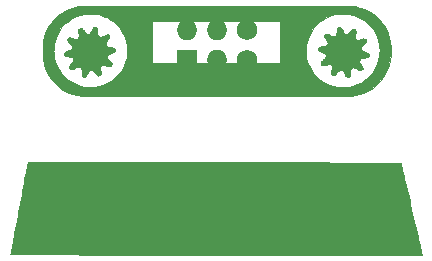
<source format=gbr>
%TF.GenerationSoftware,KiCad,Pcbnew,(6.0.4)*%
%TF.CreationDate,2022-04-09T22:58:28+02:00*%
%TF.ProjectId,cassette,63617373-6574-4746-952e-6b696361645f,rev?*%
%TF.SameCoordinates,Original*%
%TF.FileFunction,Soldermask,Top*%
%TF.FilePolarity,Negative*%
%FSLAX46Y46*%
G04 Gerber Fmt 4.6, Leading zero omitted, Abs format (unit mm)*
G04 Created by KiCad (PCBNEW (6.0.4)) date 2022-04-09 22:58:28*
%MOMM*%
%LPD*%
G01*
G04 APERTURE LIST*
%ADD10C,0.010000*%
%ADD11O,1.727200X1.727200*%
%ADD12R,1.727200X1.727200*%
%ADD13C,1.727200*%
G04 APERTURE END LIST*
%TO.C,N1*%
G36*
X648420Y-10001021D02*
G01*
X1454047Y-10001085D01*
X2248191Y-10001189D01*
X3029815Y-10001333D01*
X3797881Y-10001516D01*
X4551352Y-10001737D01*
X5289190Y-10001995D01*
X6010357Y-10002288D01*
X6713816Y-10002616D01*
X7398530Y-10002978D01*
X8063460Y-10003372D01*
X8707569Y-10003797D01*
X9329820Y-10004253D01*
X9929175Y-10004739D01*
X10504596Y-10005252D01*
X11055047Y-10005793D01*
X11579488Y-10006360D01*
X12076883Y-10006952D01*
X12546193Y-10007568D01*
X12986383Y-10008208D01*
X13396413Y-10008869D01*
X13775246Y-10009551D01*
X14121845Y-10010253D01*
X14435172Y-10010973D01*
X14714190Y-10011712D01*
X14957860Y-10012467D01*
X15165146Y-10013238D01*
X15335010Y-10014023D01*
X15466413Y-10014822D01*
X15558320Y-10015633D01*
X15609691Y-10016456D01*
X15621000Y-10017066D01*
X15625674Y-10038353D01*
X15639317Y-10098424D01*
X15661362Y-10194817D01*
X15691239Y-10325070D01*
X15728381Y-10486723D01*
X15772219Y-10677314D01*
X15822184Y-10894381D01*
X15877710Y-11135463D01*
X15938226Y-11398099D01*
X16003166Y-11679827D01*
X16071961Y-11978185D01*
X16144042Y-12290714D01*
X16218841Y-12614950D01*
X16295790Y-12948432D01*
X16374321Y-13288700D01*
X16453865Y-13633291D01*
X16533854Y-13979745D01*
X16613720Y-14325599D01*
X16692895Y-14668393D01*
X16770810Y-15005665D01*
X16846896Y-15334954D01*
X16920587Y-15653798D01*
X16991312Y-15959736D01*
X17058505Y-16250306D01*
X17121597Y-16523046D01*
X17180019Y-16775497D01*
X17233203Y-17005196D01*
X17280581Y-17209681D01*
X17321585Y-17386491D01*
X17355647Y-17533166D01*
X17382197Y-17647243D01*
X17400668Y-17726261D01*
X17409557Y-17763875D01*
X17420973Y-17811500D01*
X11710861Y-17806227D01*
X11324995Y-17805882D01*
X10898923Y-17805521D01*
X10434775Y-17805146D01*
X9934678Y-17804758D01*
X9400761Y-17804358D01*
X8835151Y-17803948D01*
X8239978Y-17803529D01*
X7617370Y-17803102D01*
X6969455Y-17802668D01*
X6298360Y-17802229D01*
X5606215Y-17801787D01*
X4895148Y-17801342D01*
X4167286Y-17800895D01*
X3424759Y-17800449D01*
X2669694Y-17800003D01*
X1904220Y-17799561D01*
X1130465Y-17799122D01*
X350557Y-17798688D01*
X-433375Y-17798261D01*
X-1219204Y-17797841D01*
X-2004800Y-17797431D01*
X-2788037Y-17797031D01*
X-3566784Y-17796643D01*
X-4338915Y-17796267D01*
X-5102300Y-17795906D01*
X-5711998Y-17795625D01*
X-17424747Y-17790295D01*
X-17413216Y-17742689D01*
X-17408167Y-17717218D01*
X-17395715Y-17652237D01*
X-17376253Y-17549844D01*
X-17350179Y-17412138D01*
X-17317885Y-17241219D01*
X-17279769Y-17039184D01*
X-17236224Y-16808132D01*
X-17187646Y-16550162D01*
X-17134430Y-16267372D01*
X-17076971Y-15961862D01*
X-17015664Y-15635730D01*
X-16950905Y-15291074D01*
X-16883087Y-14929993D01*
X-16812608Y-14554586D01*
X-16739860Y-14166952D01*
X-16690950Y-13906250D01*
X-16616902Y-13511539D01*
X-16544858Y-13127572D01*
X-16475215Y-12756453D01*
X-16408367Y-12400290D01*
X-16344710Y-12061189D01*
X-16284641Y-11741257D01*
X-16228554Y-11442599D01*
X-16176846Y-11167323D01*
X-16129913Y-10917534D01*
X-16088149Y-10695339D01*
X-16051951Y-10502844D01*
X-16021714Y-10342156D01*
X-15997834Y-10215381D01*
X-15980707Y-10124625D01*
X-15970729Y-10071995D01*
X-15968259Y-10059208D01*
X-15956303Y-10001000D01*
X-167652Y-10001000D01*
X648420Y-10001021D01*
G37*
D10*
X648420Y-10001021D02*
X1454047Y-10001085D01*
X2248191Y-10001189D01*
X3029815Y-10001333D01*
X3797881Y-10001516D01*
X4551352Y-10001737D01*
X5289190Y-10001995D01*
X6010357Y-10002288D01*
X6713816Y-10002616D01*
X7398530Y-10002978D01*
X8063460Y-10003372D01*
X8707569Y-10003797D01*
X9329820Y-10004253D01*
X9929175Y-10004739D01*
X10504596Y-10005252D01*
X11055047Y-10005793D01*
X11579488Y-10006360D01*
X12076883Y-10006952D01*
X12546193Y-10007568D01*
X12986383Y-10008208D01*
X13396413Y-10008869D01*
X13775246Y-10009551D01*
X14121845Y-10010253D01*
X14435172Y-10010973D01*
X14714190Y-10011712D01*
X14957860Y-10012467D01*
X15165146Y-10013238D01*
X15335010Y-10014023D01*
X15466413Y-10014822D01*
X15558320Y-10015633D01*
X15609691Y-10016456D01*
X15621000Y-10017066D01*
X15625674Y-10038353D01*
X15639317Y-10098424D01*
X15661362Y-10194817D01*
X15691239Y-10325070D01*
X15728381Y-10486723D01*
X15772219Y-10677314D01*
X15822184Y-10894381D01*
X15877710Y-11135463D01*
X15938226Y-11398099D01*
X16003166Y-11679827D01*
X16071961Y-11978185D01*
X16144042Y-12290714D01*
X16218841Y-12614950D01*
X16295790Y-12948432D01*
X16374321Y-13288700D01*
X16453865Y-13633291D01*
X16533854Y-13979745D01*
X16613720Y-14325599D01*
X16692895Y-14668393D01*
X16770810Y-15005665D01*
X16846896Y-15334954D01*
X16920587Y-15653798D01*
X16991312Y-15959736D01*
X17058505Y-16250306D01*
X17121597Y-16523046D01*
X17180019Y-16775497D01*
X17233203Y-17005196D01*
X17280581Y-17209681D01*
X17321585Y-17386491D01*
X17355647Y-17533166D01*
X17382197Y-17647243D01*
X17400668Y-17726261D01*
X17409557Y-17763875D01*
X17420973Y-17811500D01*
X11710861Y-17806227D01*
X11324995Y-17805882D01*
X10898923Y-17805521D01*
X10434775Y-17805146D01*
X9934678Y-17804758D01*
X9400761Y-17804358D01*
X8835151Y-17803948D01*
X8239978Y-17803529D01*
X7617370Y-17803102D01*
X6969455Y-17802668D01*
X6298360Y-17802229D01*
X5606215Y-17801787D01*
X4895148Y-17801342D01*
X4167286Y-17800895D01*
X3424759Y-17800449D01*
X2669694Y-17800003D01*
X1904220Y-17799561D01*
X1130465Y-17799122D01*
X350557Y-17798688D01*
X-433375Y-17798261D01*
X-1219204Y-17797841D01*
X-2004800Y-17797431D01*
X-2788037Y-17797031D01*
X-3566784Y-17796643D01*
X-4338915Y-17796267D01*
X-5102300Y-17795906D01*
X-5711998Y-17795625D01*
X-17424747Y-17790295D01*
X-17413216Y-17742689D01*
X-17408167Y-17717218D01*
X-17395715Y-17652237D01*
X-17376253Y-17549844D01*
X-17350179Y-17412138D01*
X-17317885Y-17241219D01*
X-17279769Y-17039184D01*
X-17236224Y-16808132D01*
X-17187646Y-16550162D01*
X-17134430Y-16267372D01*
X-17076971Y-15961862D01*
X-17015664Y-15635730D01*
X-16950905Y-15291074D01*
X-16883087Y-14929993D01*
X-16812608Y-14554586D01*
X-16739860Y-14166952D01*
X-16690950Y-13906250D01*
X-16616902Y-13511539D01*
X-16544858Y-13127572D01*
X-16475215Y-12756453D01*
X-16408367Y-12400290D01*
X-16344710Y-12061189D01*
X-16284641Y-11741257D01*
X-16228554Y-11442599D01*
X-16176846Y-11167323D01*
X-16129913Y-10917534D01*
X-16088149Y-10695339D01*
X-16051951Y-10502844D01*
X-16021714Y-10342156D01*
X-15997834Y-10215381D01*
X-15980707Y-10124625D01*
X-15970729Y-10071995D01*
X-15968259Y-10059208D01*
X-15956303Y-10001000D01*
X-167652Y-10001000D01*
X648420Y-10001021D01*
G36*
X10502811Y1473342D02*
G01*
X10575274Y1415309D01*
X10635551Y1317560D01*
X10656736Y1266379D01*
X10708921Y1141342D01*
X10765103Y1033161D01*
X10820730Y949497D01*
X10871248Y898014D01*
X10878395Y893368D01*
X10955467Y861509D01*
X11031210Y860547D01*
X11109455Y892379D01*
X11194033Y958903D01*
X11288776Y1062019D01*
X11334586Y1119362D01*
X11417481Y1220121D01*
X11486438Y1287611D01*
X11547442Y1325913D01*
X11606479Y1339109D01*
X11651225Y1335339D01*
X11731945Y1305834D01*
X11785078Y1251378D01*
X11811261Y1169749D01*
X11811125Y1058728D01*
X11785307Y916092D01*
X11778593Y889250D01*
X11758591Y796913D01*
X11744562Y703710D01*
X11739832Y637796D01*
X11743358Y570613D01*
X11760651Y524272D01*
X11800628Y478650D01*
X11817202Y463171D01*
X11872328Y421158D01*
X11930818Y397998D01*
X12001141Y393316D01*
X12091763Y406739D01*
X12211153Y437893D01*
X12234333Y444750D01*
X12367011Y480251D01*
X12468340Y496527D01*
X12544783Y493386D01*
X12602804Y470636D01*
X12645202Y432543D01*
X12690449Y350020D01*
X12696378Y262125D01*
X12662819Y178333D01*
X12630477Y140375D01*
X12575053Y84974D01*
X12506180Y21557D01*
X12472514Y-7818D01*
X12366753Y-106248D01*
X12296977Y-191662D01*
X12260928Y-269196D01*
X12256347Y-343987D01*
X12280976Y-421170D01*
X12286168Y-431574D01*
X12316633Y-477400D01*
X12360659Y-516735D01*
X12425629Y-554044D01*
X12518927Y-593794D01*
X12609057Y-626880D01*
X12696715Y-659767D01*
X12773753Y-692158D01*
X12827878Y-718752D01*
X12840526Y-726701D01*
X12898707Y-791797D01*
X12924674Y-870953D01*
X12917949Y-952500D01*
X12878054Y-1024773D01*
X12853685Y-1047702D01*
X12821763Y-1070928D01*
X12789091Y-1087817D01*
X12747031Y-1100424D01*
X12686946Y-1110806D01*
X12600198Y-1121018D01*
X12506171Y-1130410D01*
X12376785Y-1146736D01*
X12282304Y-1168948D01*
X12215380Y-1200291D01*
X12168666Y-1244008D01*
X12139914Y-1292156D01*
X12119937Y-1349526D01*
X12117371Y-1408420D01*
X12134376Y-1475797D01*
X12173111Y-1558613D01*
X12235737Y-1663828D01*
X12273290Y-1721858D01*
X12342502Y-1833065D01*
X12385220Y-1919486D01*
X12402777Y-1988239D01*
X12396506Y-2046440D01*
X12367740Y-2101207D01*
X12348868Y-2125376D01*
X12293011Y-2173990D01*
X12227795Y-2193844D01*
X12148166Y-2184425D01*
X12049067Y-2145220D01*
X11938718Y-2083843D01*
X11812638Y-2011874D01*
X11711967Y-1965988D01*
X11630244Y-1944410D01*
X11561004Y-1945364D01*
X11503544Y-1964244D01*
X11451753Y-1997643D01*
X11412819Y-2045754D01*
X11384550Y-2114785D01*
X11364755Y-2210942D01*
X11351242Y-2340432D01*
X11346804Y-2408124D01*
X11339895Y-2516208D01*
X11332567Y-2590768D01*
X11322867Y-2640584D01*
X11308842Y-2674436D01*
X11288537Y-2701106D01*
X11279549Y-2710406D01*
X11220430Y-2751209D01*
X11152160Y-2775399D01*
X11151688Y-2775476D01*
X11097399Y-2778272D01*
X11052025Y-2761106D01*
X11003156Y-2723037D01*
X10938510Y-2644935D01*
X10880192Y-2528652D01*
X10870376Y-2503842D01*
X10812256Y-2366706D01*
X10756093Y-2266568D01*
X10698464Y-2198435D01*
X10635949Y-2157314D01*
X10631606Y-2155445D01*
X10579425Y-2137290D01*
X10535939Y-2136230D01*
X10480070Y-2152707D01*
X10463365Y-2158981D01*
X10412040Y-2184203D01*
X10361801Y-2223104D01*
X10304724Y-2282993D01*
X10232882Y-2371176D01*
X10231963Y-2372353D01*
X10169749Y-2449617D01*
X10112365Y-2516600D01*
X10067473Y-2564583D01*
X10047648Y-2582150D01*
X9976398Y-2609399D01*
X9892249Y-2609917D01*
X9814396Y-2584576D01*
X9793225Y-2570583D01*
X9748563Y-2520229D01*
X9726465Y-2453314D01*
X9726276Y-2363525D01*
X9747342Y-2244550D01*
X9755839Y-2209564D01*
X9788836Y-2051432D01*
X9799101Y-1925743D01*
X9786642Y-1829229D01*
X9756921Y-1765885D01*
X9712094Y-1717714D01*
X9655981Y-1688392D01*
X9582933Y-1677694D01*
X9487303Y-1685393D01*
X9363443Y-1711264D01*
X9239317Y-1745158D01*
X9130400Y-1773902D01*
X9051201Y-1785794D01*
X8992378Y-1780306D01*
X8944588Y-1756908D01*
X8909538Y-1726461D01*
X8865857Y-1670977D01*
X8849044Y-1609357D01*
X8847667Y-1574382D01*
X8849163Y-1536849D01*
X8856848Y-1504509D01*
X8875515Y-1470665D01*
X8909955Y-1428622D01*
X8964961Y-1371685D01*
X9045327Y-1293159D01*
X9057167Y-1281712D01*
X9135338Y-1203681D01*
X9202532Y-1131936D01*
X9252555Y-1073433D01*
X9279214Y-1035130D01*
X9281427Y-1029785D01*
X9288075Y-937905D01*
X9257339Y-848952D01*
X9197641Y-778447D01*
X9146097Y-745569D01*
X9067202Y-706322D01*
X8974028Y-666915D01*
X8922961Y-647960D01*
X8786448Y-592090D01*
X8690580Y-533685D01*
X8633669Y-470563D01*
X8614028Y-400541D01*
X8629971Y-321440D01*
X8644996Y-288570D01*
X8677295Y-243662D01*
X8725510Y-210338D01*
X8796597Y-186047D01*
X8897507Y-168235D01*
X9003307Y-157029D01*
X9144503Y-139689D01*
X9249972Y-114172D01*
X9325955Y-77830D01*
X9378696Y-28013D01*
X9403433Y12772D01*
X9424726Y70053D01*
X9428717Y127321D01*
X9413207Y191880D01*
X9375997Y271033D01*
X9314885Y372082D01*
X9278593Y427256D01*
X9205430Y544019D01*
X9160273Y636563D01*
X9141865Y711261D01*
X9148951Y774486D01*
X9180274Y832611D01*
X9195084Y851028D01*
X9238999Y891060D01*
X9290633Y907935D01*
X9339285Y910417D01*
X9391573Y905972D01*
X9446105Y889864D01*
X9513047Y857932D01*
X9602565Y806019D01*
X9619121Y795912D01*
X9762107Y718434D01*
X9882710Y675782D01*
X9982610Y667951D01*
X10063486Y694936D01*
X10127016Y756731D01*
X10149626Y794406D01*
X10167409Y850871D01*
X10182968Y944994D01*
X10195607Y1072124D01*
X10199336Y1125537D01*
X10206800Y1236789D01*
X10213962Y1313982D01*
X10222755Y1365333D01*
X10235110Y1399059D01*
X10252960Y1423376D01*
X10273950Y1442831D01*
X10348663Y1483810D01*
X10417271Y1492500D01*
X10502811Y1473342D01*
G37*
X10502811Y1473342D02*
X10575274Y1415309D01*
X10635551Y1317560D01*
X10656736Y1266379D01*
X10708921Y1141342D01*
X10765103Y1033161D01*
X10820730Y949497D01*
X10871248Y898014D01*
X10878395Y893368D01*
X10955467Y861509D01*
X11031210Y860547D01*
X11109455Y892379D01*
X11194033Y958903D01*
X11288776Y1062019D01*
X11334586Y1119362D01*
X11417481Y1220121D01*
X11486438Y1287611D01*
X11547442Y1325913D01*
X11606479Y1339109D01*
X11651225Y1335339D01*
X11731945Y1305834D01*
X11785078Y1251378D01*
X11811261Y1169749D01*
X11811125Y1058728D01*
X11785307Y916092D01*
X11778593Y889250D01*
X11758591Y796913D01*
X11744562Y703710D01*
X11739832Y637796D01*
X11743358Y570613D01*
X11760651Y524272D01*
X11800628Y478650D01*
X11817202Y463171D01*
X11872328Y421158D01*
X11930818Y397998D01*
X12001141Y393316D01*
X12091763Y406739D01*
X12211153Y437893D01*
X12234333Y444750D01*
X12367011Y480251D01*
X12468340Y496527D01*
X12544783Y493386D01*
X12602804Y470636D01*
X12645202Y432543D01*
X12690449Y350020D01*
X12696378Y262125D01*
X12662819Y178333D01*
X12630477Y140375D01*
X12575053Y84974D01*
X12506180Y21557D01*
X12472514Y-7818D01*
X12366753Y-106248D01*
X12296977Y-191662D01*
X12260928Y-269196D01*
X12256347Y-343987D01*
X12280976Y-421170D01*
X12286168Y-431574D01*
X12316633Y-477400D01*
X12360659Y-516735D01*
X12425629Y-554044D01*
X12518927Y-593794D01*
X12609057Y-626880D01*
X12696715Y-659767D01*
X12773753Y-692158D01*
X12827878Y-718752D01*
X12840526Y-726701D01*
X12898707Y-791797D01*
X12924674Y-870953D01*
X12917949Y-952500D01*
X12878054Y-1024773D01*
X12853685Y-1047702D01*
X12821763Y-1070928D01*
X12789091Y-1087817D01*
X12747031Y-1100424D01*
X12686946Y-1110806D01*
X12600198Y-1121018D01*
X12506171Y-1130410D01*
X12376785Y-1146736D01*
X12282304Y-1168948D01*
X12215380Y-1200291D01*
X12168666Y-1244008D01*
X12139914Y-1292156D01*
X12119937Y-1349526D01*
X12117371Y-1408420D01*
X12134376Y-1475797D01*
X12173111Y-1558613D01*
X12235737Y-1663828D01*
X12273290Y-1721858D01*
X12342502Y-1833065D01*
X12385220Y-1919486D01*
X12402777Y-1988239D01*
X12396506Y-2046440D01*
X12367740Y-2101207D01*
X12348868Y-2125376D01*
X12293011Y-2173990D01*
X12227795Y-2193844D01*
X12148166Y-2184425D01*
X12049067Y-2145220D01*
X11938718Y-2083843D01*
X11812638Y-2011874D01*
X11711967Y-1965988D01*
X11630244Y-1944410D01*
X11561004Y-1945364D01*
X11503544Y-1964244D01*
X11451753Y-1997643D01*
X11412819Y-2045754D01*
X11384550Y-2114785D01*
X11364755Y-2210942D01*
X11351242Y-2340432D01*
X11346804Y-2408124D01*
X11339895Y-2516208D01*
X11332567Y-2590768D01*
X11322867Y-2640584D01*
X11308842Y-2674436D01*
X11288537Y-2701106D01*
X11279549Y-2710406D01*
X11220430Y-2751209D01*
X11152160Y-2775399D01*
X11151688Y-2775476D01*
X11097399Y-2778272D01*
X11052025Y-2761106D01*
X11003156Y-2723037D01*
X10938510Y-2644935D01*
X10880192Y-2528652D01*
X10870376Y-2503842D01*
X10812256Y-2366706D01*
X10756093Y-2266568D01*
X10698464Y-2198435D01*
X10635949Y-2157314D01*
X10631606Y-2155445D01*
X10579425Y-2137290D01*
X10535939Y-2136230D01*
X10480070Y-2152707D01*
X10463365Y-2158981D01*
X10412040Y-2184203D01*
X10361801Y-2223104D01*
X10304724Y-2282993D01*
X10232882Y-2371176D01*
X10231963Y-2372353D01*
X10169749Y-2449617D01*
X10112365Y-2516600D01*
X10067473Y-2564583D01*
X10047648Y-2582150D01*
X9976398Y-2609399D01*
X9892249Y-2609917D01*
X9814396Y-2584576D01*
X9793225Y-2570583D01*
X9748563Y-2520229D01*
X9726465Y-2453314D01*
X9726276Y-2363525D01*
X9747342Y-2244550D01*
X9755839Y-2209564D01*
X9788836Y-2051432D01*
X9799101Y-1925743D01*
X9786642Y-1829229D01*
X9756921Y-1765885D01*
X9712094Y-1717714D01*
X9655981Y-1688392D01*
X9582933Y-1677694D01*
X9487303Y-1685393D01*
X9363443Y-1711264D01*
X9239317Y-1745158D01*
X9130400Y-1773902D01*
X9051201Y-1785794D01*
X8992378Y-1780306D01*
X8944588Y-1756908D01*
X8909538Y-1726461D01*
X8865857Y-1670977D01*
X8849044Y-1609357D01*
X8847667Y-1574382D01*
X8849163Y-1536849D01*
X8856848Y-1504509D01*
X8875515Y-1470665D01*
X8909955Y-1428622D01*
X8964961Y-1371685D01*
X9045327Y-1293159D01*
X9057167Y-1281712D01*
X9135338Y-1203681D01*
X9202532Y-1131936D01*
X9252555Y-1073433D01*
X9279214Y-1035130D01*
X9281427Y-1029785D01*
X9288075Y-937905D01*
X9257339Y-848952D01*
X9197641Y-778447D01*
X9146097Y-745569D01*
X9067202Y-706322D01*
X8974028Y-666915D01*
X8922961Y-647960D01*
X8786448Y-592090D01*
X8690580Y-533685D01*
X8633669Y-470563D01*
X8614028Y-400541D01*
X8629971Y-321440D01*
X8644996Y-288570D01*
X8677295Y-243662D01*
X8725510Y-210338D01*
X8796597Y-186047D01*
X8897507Y-168235D01*
X9003307Y-157029D01*
X9144503Y-139689D01*
X9249972Y-114172D01*
X9325955Y-77830D01*
X9378696Y-28013D01*
X9403433Y12772D01*
X9424726Y70053D01*
X9428717Y127321D01*
X9413207Y191880D01*
X9375997Y271033D01*
X9314885Y372082D01*
X9278593Y427256D01*
X9205430Y544019D01*
X9160273Y636563D01*
X9141865Y711261D01*
X9148951Y774486D01*
X9180274Y832611D01*
X9195084Y851028D01*
X9238999Y891060D01*
X9290633Y907935D01*
X9339285Y910417D01*
X9391573Y905972D01*
X9446105Y889864D01*
X9513047Y857932D01*
X9602565Y806019D01*
X9619121Y795912D01*
X9762107Y718434D01*
X9882710Y675782D01*
X9982610Y667951D01*
X10063486Y694936D01*
X10127016Y756731D01*
X10149626Y794406D01*
X10167409Y850871D01*
X10182968Y944994D01*
X10195607Y1072124D01*
X10199336Y1125537D01*
X10206800Y1236789D01*
X10213962Y1313982D01*
X10222755Y1365333D01*
X10235110Y1399059D01*
X10252960Y1423376D01*
X10273950Y1442831D01*
X10348663Y1483810D01*
X10417271Y1492500D01*
X10502811Y1473342D01*
G36*
X-14697312Y-354226D02*
G01*
X-14692895Y-190409D01*
X-14684062Y-48386D01*
X-14669609Y82090D01*
X-14648332Y211265D01*
X-14619027Y349384D01*
X-14580489Y506694D01*
X-14569178Y550583D01*
X-14452315Y922096D01*
X-14300325Y1275184D01*
X-14115289Y1607227D01*
X-13899288Y1915608D01*
X-13654403Y2197708D01*
X-13382716Y2450909D01*
X-13086309Y2672593D01*
X-12767263Y2860140D01*
X-12710583Y2888607D01*
X-12454965Y3004951D01*
X-12212144Y3095285D01*
X-11969821Y3162844D01*
X-11715694Y3210861D01*
X-11437463Y3242568D01*
X-11334750Y3250237D01*
X-11288874Y3252089D01*
X-11208641Y3253833D01*
X-11093711Y3255468D01*
X-10943741Y3256996D01*
X-10758389Y3258416D01*
X-10537314Y3259730D01*
X-10280174Y3260937D01*
X-9986627Y3262038D01*
X-9656332Y3263033D01*
X-9288946Y3263923D01*
X-8884129Y3264709D01*
X-8441537Y3265390D01*
X-7960830Y3265967D01*
X-7441666Y3266442D01*
X-6883702Y3266813D01*
X-6286598Y3267082D01*
X-5650011Y3267249D01*
X-4973600Y3267314D01*
X-4257023Y3267278D01*
X-3499938Y3267141D01*
X-2702003Y3266905D01*
X-1862877Y3266568D01*
X-982217Y3266132D01*
X-59683Y3265598D01*
X264583Y3265393D01*
X11525250Y3258134D01*
X11758083Y3212474D01*
X12159917Y3115089D01*
X12534344Y2985633D01*
X12882269Y2823509D01*
X13204592Y2628122D01*
X13502218Y2398876D01*
X13776049Y2135175D01*
X14026987Y1836424D01*
X14187667Y1608917D01*
X14376575Y1284747D01*
X14533314Y936877D01*
X14656650Y570513D01*
X14745344Y190857D01*
X14798161Y-196886D01*
X14813863Y-587512D01*
X14794492Y-944715D01*
X14733855Y-1349706D01*
X14636297Y-1738425D01*
X14503182Y-2108831D01*
X14335873Y-2458881D01*
X14135735Y-2786533D01*
X13904131Y-3089747D01*
X13642424Y-3366480D01*
X13351979Y-3614690D01*
X13034159Y-3832335D01*
X12767362Y-3979953D01*
X12444872Y-4121913D01*
X12112008Y-4229331D01*
X11762166Y-4303945D01*
X11388741Y-4347491D01*
X11362266Y-4349371D01*
X11321591Y-4350695D01*
X11240110Y-4351967D01*
X11119353Y-4353189D01*
X10960847Y-4354359D01*
X10766121Y-4355478D01*
X10536703Y-4356546D01*
X10274121Y-4357564D01*
X9979904Y-4358531D01*
X9655579Y-4359447D01*
X9302676Y-4360312D01*
X8922722Y-4361127D01*
X8517245Y-4361892D01*
X8087774Y-4362607D01*
X7635838Y-4363271D01*
X7162964Y-4363885D01*
X6670680Y-4364450D01*
X6160515Y-4364964D01*
X5633998Y-4365429D01*
X5092656Y-4365844D01*
X4538017Y-4366209D01*
X3971611Y-4366525D01*
X3394965Y-4366792D01*
X2809607Y-4367009D01*
X2217066Y-4367177D01*
X1618870Y-4367296D01*
X1016547Y-4367366D01*
X411626Y-4367387D01*
X-194366Y-4367359D01*
X-799899Y-4367282D01*
X-1403447Y-4367157D01*
X-2003479Y-4366983D01*
X-2598469Y-4366761D01*
X-3186888Y-4366491D01*
X-3767207Y-4366172D01*
X-4337899Y-4365805D01*
X-4897435Y-4365390D01*
X-5444286Y-4364927D01*
X-5976926Y-4364416D01*
X-6493824Y-4363857D01*
X-6993454Y-4363250D01*
X-7474286Y-4362596D01*
X-7934793Y-4361895D01*
X-8373447Y-4361146D01*
X-8788718Y-4360350D01*
X-9179079Y-4359506D01*
X-9543002Y-4358616D01*
X-9878958Y-4357678D01*
X-10185419Y-4356693D01*
X-10460856Y-4355662D01*
X-10703742Y-4354584D01*
X-10912548Y-4353459D01*
X-11085746Y-4352288D01*
X-11221808Y-4351070D01*
X-11319205Y-4349806D01*
X-11376410Y-4348495D01*
X-11387667Y-4347960D01*
X-11768642Y-4301602D01*
X-12135279Y-4216425D01*
X-12485623Y-4094091D01*
X-12817720Y-3936262D01*
X-13129615Y-3744600D01*
X-13419354Y-3520768D01*
X-13684983Y-3266428D01*
X-13924546Y-2983242D01*
X-14136089Y-2672872D01*
X-14317658Y-2336980D01*
X-14467299Y-1977230D01*
X-14571561Y-1640167D01*
X-14611979Y-1479947D01*
X-14643007Y-1339753D01*
X-14665822Y-1209481D01*
X-14681601Y-1079025D01*
X-14691519Y-938280D01*
X-14696756Y-777140D01*
X-14698486Y-585502D01*
X-14698495Y-574165D01*
X-13772535Y-574165D01*
X-13767926Y-762682D01*
X-13755993Y-935094D01*
X-13736634Y-1080059D01*
X-13730555Y-1111000D01*
X-13634915Y-1464092D01*
X-13503075Y-1800767D01*
X-13337179Y-2118013D01*
X-13139377Y-2412824D01*
X-12911813Y-2682188D01*
X-12656636Y-2923098D01*
X-12375992Y-3132544D01*
X-12219721Y-3228586D01*
X-11896203Y-3390042D01*
X-11558898Y-3513064D01*
X-11211698Y-3596881D01*
X-10858493Y-3640721D01*
X-10503174Y-3643815D01*
X-10244667Y-3619897D01*
X-9887311Y-3551897D01*
X-9550700Y-3447645D01*
X-9233015Y-3306234D01*
X-8932434Y-3126752D01*
X-8647139Y-2908292D01*
X-8444179Y-2720392D01*
X-8199238Y-2447882D01*
X-7991788Y-2156106D01*
X-7821216Y-1843940D01*
X-7713639Y-1576667D01*
X-5397500Y-1576667D01*
X5418667Y-1576667D01*
X5418667Y-642781D01*
X7588680Y-642781D01*
X7604766Y-885455D01*
X7636989Y-1104725D01*
X7637240Y-1105980D01*
X7727460Y-1453754D01*
X7854569Y-1785210D01*
X8016133Y-2097809D01*
X8209715Y-2389015D01*
X8432880Y-2656292D01*
X8683192Y-2897102D01*
X8958215Y-3108908D01*
X9255513Y-3289175D01*
X9572651Y-3435363D01*
X9907193Y-3544938D01*
X10001250Y-3568161D01*
X10254592Y-3612862D01*
X10529319Y-3637526D01*
X10809954Y-3641770D01*
X11081020Y-3625211D01*
X11266145Y-3599377D01*
X11613985Y-3515950D01*
X11945282Y-3394927D01*
X12257777Y-3238564D01*
X12549209Y-3049117D01*
X12817317Y-2828840D01*
X13059839Y-2579990D01*
X13274517Y-2304822D01*
X13459088Y-2005592D01*
X13611292Y-1684557D01*
X13728868Y-1343970D01*
X13792685Y-1078482D01*
X13812162Y-943972D01*
X13824974Y-779856D01*
X13831098Y-598335D01*
X13830513Y-411612D01*
X13823197Y-231889D01*
X13809127Y-71368D01*
X13794677Y26149D01*
X13709102Y375969D01*
X13586039Y710064D01*
X13427802Y1025775D01*
X13236702Y1320447D01*
X13015051Y1591423D01*
X12765159Y1836044D01*
X12489340Y2051655D01*
X12189905Y2235597D01*
X11869166Y2385215D01*
X11684000Y2452079D01*
X11498278Y2508521D01*
X11330815Y2549614D01*
X11168352Y2577346D01*
X10997635Y2593704D01*
X10805408Y2600677D01*
X10689167Y2601243D01*
X10532123Y2599530D01*
X10406388Y2594934D01*
X10300982Y2586572D01*
X10204928Y2573563D01*
X10107247Y2555024D01*
X10103095Y2554143D01*
X9746745Y2457542D01*
X9409992Y2324732D01*
X9094890Y2157783D01*
X8803491Y1958763D01*
X8537847Y1729740D01*
X8300013Y1472783D01*
X8092040Y1189960D01*
X7915981Y883341D01*
X7773889Y554993D01*
X7667816Y206985D01*
X7637240Y69314D01*
X7604917Y-149761D01*
X7588730Y-392338D01*
X7588680Y-642781D01*
X5418667Y-642781D01*
X5418667Y2000500D01*
X-5397500Y2000500D01*
X-5397500Y-1576667D01*
X-7713639Y-1576667D01*
X-7686912Y-1510264D01*
X-7588261Y-1153956D01*
X-7588123Y-1153333D01*
X-7570213Y-1044760D01*
X-7555999Y-905013D01*
X-7545811Y-745120D01*
X-7539978Y-576107D01*
X-7538830Y-409000D01*
X-7542696Y-254826D01*
X-7551905Y-124610D01*
X-7556296Y-87871D01*
X-7624477Y257711D01*
X-7731874Y591907D01*
X-7876161Y911479D01*
X-8055013Y1213190D01*
X-8266103Y1493802D01*
X-8507106Y1750079D01*
X-8775697Y1978783D01*
X-8807944Y2000500D01*
X-9069549Y2176678D01*
X-9256912Y2279226D01*
X-9409799Y2348242D01*
X-9589248Y2416679D01*
X-9779732Y2479390D01*
X-9965728Y2531228D01*
X-10117667Y2564554D01*
X-10267082Y2584581D01*
X-10444356Y2596971D01*
X-10636140Y2601715D01*
X-10829089Y2598804D01*
X-11009854Y2588229D01*
X-11165088Y2569981D01*
X-11192704Y2565263D01*
X-11548164Y2479635D01*
X-11885371Y2356892D01*
X-12202264Y2199033D01*
X-12496782Y2008057D01*
X-12766863Y1785965D01*
X-13010446Y1534756D01*
X-13225469Y1256429D01*
X-13409871Y952984D01*
X-13561591Y626420D01*
X-13678567Y278737D01*
X-13719722Y114137D01*
X-13743411Y-25390D01*
X-13760177Y-194178D01*
X-13769918Y-380883D01*
X-13772535Y-574165D01*
X-14698495Y-574165D01*
X-14698516Y-550083D01*
X-14697312Y-354226D01*
G37*
X-14697312Y-354226D02*
X-14692895Y-190409D01*
X-14684062Y-48386D01*
X-14669609Y82090D01*
X-14648332Y211265D01*
X-14619027Y349384D01*
X-14580489Y506694D01*
X-14569178Y550583D01*
X-14452315Y922096D01*
X-14300325Y1275184D01*
X-14115289Y1607227D01*
X-13899288Y1915608D01*
X-13654403Y2197708D01*
X-13382716Y2450909D01*
X-13086309Y2672593D01*
X-12767263Y2860140D01*
X-12710583Y2888607D01*
X-12454965Y3004951D01*
X-12212144Y3095285D01*
X-11969821Y3162844D01*
X-11715694Y3210861D01*
X-11437463Y3242568D01*
X-11334750Y3250237D01*
X-11288874Y3252089D01*
X-11208641Y3253833D01*
X-11093711Y3255468D01*
X-10943741Y3256996D01*
X-10758389Y3258416D01*
X-10537314Y3259730D01*
X-10280174Y3260937D01*
X-9986627Y3262038D01*
X-9656332Y3263033D01*
X-9288946Y3263923D01*
X-8884129Y3264709D01*
X-8441537Y3265390D01*
X-7960830Y3265967D01*
X-7441666Y3266442D01*
X-6883702Y3266813D01*
X-6286598Y3267082D01*
X-5650011Y3267249D01*
X-4973600Y3267314D01*
X-4257023Y3267278D01*
X-3499938Y3267141D01*
X-2702003Y3266905D01*
X-1862877Y3266568D01*
X-982217Y3266132D01*
X-59683Y3265598D01*
X264583Y3265393D01*
X11525250Y3258134D01*
X11758083Y3212474D01*
X12159917Y3115089D01*
X12534344Y2985633D01*
X12882269Y2823509D01*
X13204592Y2628122D01*
X13502218Y2398876D01*
X13776049Y2135175D01*
X14026987Y1836424D01*
X14187667Y1608917D01*
X14376575Y1284747D01*
X14533314Y936877D01*
X14656650Y570513D01*
X14745344Y190857D01*
X14798161Y-196886D01*
X14813863Y-587512D01*
X14794492Y-944715D01*
X14733855Y-1349706D01*
X14636297Y-1738425D01*
X14503182Y-2108831D01*
X14335873Y-2458881D01*
X14135735Y-2786533D01*
X13904131Y-3089747D01*
X13642424Y-3366480D01*
X13351979Y-3614690D01*
X13034159Y-3832335D01*
X12767362Y-3979953D01*
X12444872Y-4121913D01*
X12112008Y-4229331D01*
X11762166Y-4303945D01*
X11388741Y-4347491D01*
X11362266Y-4349371D01*
X11321591Y-4350695D01*
X11240110Y-4351967D01*
X11119353Y-4353189D01*
X10960847Y-4354359D01*
X10766121Y-4355478D01*
X10536703Y-4356546D01*
X10274121Y-4357564D01*
X9979904Y-4358531D01*
X9655579Y-4359447D01*
X9302676Y-4360312D01*
X8922722Y-4361127D01*
X8517245Y-4361892D01*
X8087774Y-4362607D01*
X7635838Y-4363271D01*
X7162964Y-4363885D01*
X6670680Y-4364450D01*
X6160515Y-4364964D01*
X5633998Y-4365429D01*
X5092656Y-4365844D01*
X4538017Y-4366209D01*
X3971611Y-4366525D01*
X3394965Y-4366792D01*
X2809607Y-4367009D01*
X2217066Y-4367177D01*
X1618870Y-4367296D01*
X1016547Y-4367366D01*
X411626Y-4367387D01*
X-194366Y-4367359D01*
X-799899Y-4367282D01*
X-1403447Y-4367157D01*
X-2003479Y-4366983D01*
X-2598469Y-4366761D01*
X-3186888Y-4366491D01*
X-3767207Y-4366172D01*
X-4337899Y-4365805D01*
X-4897435Y-4365390D01*
X-5444286Y-4364927D01*
X-5976926Y-4364416D01*
X-6493824Y-4363857D01*
X-6993454Y-4363250D01*
X-7474286Y-4362596D01*
X-7934793Y-4361895D01*
X-8373447Y-4361146D01*
X-8788718Y-4360350D01*
X-9179079Y-4359506D01*
X-9543002Y-4358616D01*
X-9878958Y-4357678D01*
X-10185419Y-4356693D01*
X-10460856Y-4355662D01*
X-10703742Y-4354584D01*
X-10912548Y-4353459D01*
X-11085746Y-4352288D01*
X-11221808Y-4351070D01*
X-11319205Y-4349806D01*
X-11376410Y-4348495D01*
X-11387667Y-4347960D01*
X-11768642Y-4301602D01*
X-12135279Y-4216425D01*
X-12485623Y-4094091D01*
X-12817720Y-3936262D01*
X-13129615Y-3744600D01*
X-13419354Y-3520768D01*
X-13684983Y-3266428D01*
X-13924546Y-2983242D01*
X-14136089Y-2672872D01*
X-14317658Y-2336980D01*
X-14467299Y-1977230D01*
X-14571561Y-1640167D01*
X-14611979Y-1479947D01*
X-14643007Y-1339753D01*
X-14665822Y-1209481D01*
X-14681601Y-1079025D01*
X-14691519Y-938280D01*
X-14696756Y-777140D01*
X-14698486Y-585502D01*
X-14698495Y-574165D01*
X-13772535Y-574165D01*
X-13767926Y-762682D01*
X-13755993Y-935094D01*
X-13736634Y-1080059D01*
X-13730555Y-1111000D01*
X-13634915Y-1464092D01*
X-13503075Y-1800767D01*
X-13337179Y-2118013D01*
X-13139377Y-2412824D01*
X-12911813Y-2682188D01*
X-12656636Y-2923098D01*
X-12375992Y-3132544D01*
X-12219721Y-3228586D01*
X-11896203Y-3390042D01*
X-11558898Y-3513064D01*
X-11211698Y-3596881D01*
X-10858493Y-3640721D01*
X-10503174Y-3643815D01*
X-10244667Y-3619897D01*
X-9887311Y-3551897D01*
X-9550700Y-3447645D01*
X-9233015Y-3306234D01*
X-8932434Y-3126752D01*
X-8647139Y-2908292D01*
X-8444179Y-2720392D01*
X-8199238Y-2447882D01*
X-7991788Y-2156106D01*
X-7821216Y-1843940D01*
X-7713639Y-1576667D01*
X-5397500Y-1576667D01*
X5418667Y-1576667D01*
X5418667Y-642781D01*
X7588680Y-642781D01*
X7604766Y-885455D01*
X7636989Y-1104725D01*
X7637240Y-1105980D01*
X7727460Y-1453754D01*
X7854569Y-1785210D01*
X8016133Y-2097809D01*
X8209715Y-2389015D01*
X8432880Y-2656292D01*
X8683192Y-2897102D01*
X8958215Y-3108908D01*
X9255513Y-3289175D01*
X9572651Y-3435363D01*
X9907193Y-3544938D01*
X10001250Y-3568161D01*
X10254592Y-3612862D01*
X10529319Y-3637526D01*
X10809954Y-3641770D01*
X11081020Y-3625211D01*
X11266145Y-3599377D01*
X11613985Y-3515950D01*
X11945282Y-3394927D01*
X12257777Y-3238564D01*
X12549209Y-3049117D01*
X12817317Y-2828840D01*
X13059839Y-2579990D01*
X13274517Y-2304822D01*
X13459088Y-2005592D01*
X13611292Y-1684557D01*
X13728868Y-1343970D01*
X13792685Y-1078482D01*
X13812162Y-943972D01*
X13824974Y-779856D01*
X13831098Y-598335D01*
X13830513Y-411612D01*
X13823197Y-231889D01*
X13809127Y-71368D01*
X13794677Y26149D01*
X13709102Y375969D01*
X13586039Y710064D01*
X13427802Y1025775D01*
X13236702Y1320447D01*
X13015051Y1591423D01*
X12765159Y1836044D01*
X12489340Y2051655D01*
X12189905Y2235597D01*
X11869166Y2385215D01*
X11684000Y2452079D01*
X11498278Y2508521D01*
X11330815Y2549614D01*
X11168352Y2577346D01*
X10997635Y2593704D01*
X10805408Y2600677D01*
X10689167Y2601243D01*
X10532123Y2599530D01*
X10406388Y2594934D01*
X10300982Y2586572D01*
X10204928Y2573563D01*
X10107247Y2555024D01*
X10103095Y2554143D01*
X9746745Y2457542D01*
X9409992Y2324732D01*
X9094890Y2157783D01*
X8803491Y1958763D01*
X8537847Y1729740D01*
X8300013Y1472783D01*
X8092040Y1189960D01*
X7915981Y883341D01*
X7773889Y554993D01*
X7667816Y206985D01*
X7637240Y69314D01*
X7604917Y-149761D01*
X7588730Y-392338D01*
X7588680Y-642781D01*
X5418667Y-642781D01*
X5418667Y2000500D01*
X-5397500Y2000500D01*
X-5397500Y-1576667D01*
X-7713639Y-1576667D01*
X-7686912Y-1510264D01*
X-7588261Y-1153956D01*
X-7588123Y-1153333D01*
X-7570213Y-1044760D01*
X-7555999Y-905013D01*
X-7545811Y-745120D01*
X-7539978Y-576107D01*
X-7538830Y-409000D01*
X-7542696Y-254826D01*
X-7551905Y-124610D01*
X-7556296Y-87871D01*
X-7624477Y257711D01*
X-7731874Y591907D01*
X-7876161Y911479D01*
X-8055013Y1213190D01*
X-8266103Y1493802D01*
X-8507106Y1750079D01*
X-8775697Y1978783D01*
X-8807944Y2000500D01*
X-9069549Y2176678D01*
X-9256912Y2279226D01*
X-9409799Y2348242D01*
X-9589248Y2416679D01*
X-9779732Y2479390D01*
X-9965728Y2531228D01*
X-10117667Y2564554D01*
X-10267082Y2584581D01*
X-10444356Y2596971D01*
X-10636140Y2601715D01*
X-10829089Y2598804D01*
X-11009854Y2588229D01*
X-11165088Y2569981D01*
X-11192704Y2565263D01*
X-11548164Y2479635D01*
X-11885371Y2356892D01*
X-12202264Y2199033D01*
X-12496782Y2008057D01*
X-12766863Y1785965D01*
X-13010446Y1534756D01*
X-13225469Y1256429D01*
X-13409871Y952984D01*
X-13561591Y626420D01*
X-13678567Y278737D01*
X-13719722Y114137D01*
X-13743411Y-25390D01*
X-13760177Y-194178D01*
X-13769918Y-380883D01*
X-13772535Y-574165D01*
X-14698495Y-574165D01*
X-14698516Y-550083D01*
X-14697312Y-354226D01*
G36*
X-10244987Y1480373D02*
G01*
X-10211361Y1470820D01*
X-10155499Y1446752D01*
X-10115469Y1412696D01*
X-10088674Y1361867D01*
X-10072518Y1287483D01*
X-10064406Y1182761D01*
X-10062043Y1080691D01*
X-10058833Y949013D01*
X-10051110Y851847D01*
X-10036906Y781451D01*
X-10014254Y730079D01*
X-9981186Y689987D01*
X-9957643Y669780D01*
X-9894685Y634331D01*
X-9822995Y623962D01*
X-9736412Y639528D01*
X-9628773Y681882D01*
X-9537486Y727984D01*
X-9420703Y788199D01*
X-9331912Y826995D01*
X-9263750Y846231D01*
X-9208853Y847770D01*
X-9159858Y833472D01*
X-9146173Y826874D01*
X-9078343Y775933D01*
X-9044555Y706527D01*
X-9038246Y641933D01*
X-9042290Y598037D01*
X-9056928Y552000D01*
X-9086069Y496680D01*
X-9133626Y424933D01*
X-9203508Y329615D01*
X-9224315Y302070D01*
X-9298341Y193271D01*
X-9339766Y102232D01*
X-9350471Y22158D01*
X-9332336Y-53750D01*
X-9326429Y-66921D01*
X-9284214Y-125042D01*
X-9216339Y-170806D01*
X-9117963Y-206319D01*
X-8984246Y-233691D01*
X-8923574Y-242341D01*
X-8789461Y-264288D01*
X-8692517Y-292361D01*
X-8627659Y-330036D01*
X-8589806Y-380785D01*
X-8573876Y-448083D01*
X-8572500Y-482337D01*
X-8579507Y-545043D01*
X-8604158Y-595871D01*
X-8651893Y-639129D01*
X-8728155Y-679123D01*
X-8838387Y-720160D01*
X-8896739Y-738935D01*
X-9031157Y-785181D01*
X-9129263Y-830075D01*
X-9196752Y-877512D01*
X-9239320Y-931392D01*
X-9260920Y-988167D01*
X-9265507Y-1055420D01*
X-9244071Y-1126313D01*
X-9193667Y-1206294D01*
X-9111349Y-1300812D01*
X-9068261Y-1344466D01*
X-8965984Y-1450630D01*
X-8896310Y-1537267D01*
X-8857426Y-1609498D01*
X-8847521Y-1672448D01*
X-8864781Y-1731238D01*
X-8907393Y-1790991D01*
X-8909436Y-1793291D01*
X-8956279Y-1838198D01*
X-9001982Y-1856711D01*
X-9062894Y-1858304D01*
X-9126081Y-1848858D01*
X-9212355Y-1827432D01*
X-9305659Y-1798165D01*
X-9329818Y-1789512D01*
X-9458903Y-1747263D01*
X-9559599Y-1727912D01*
X-9639007Y-1731280D01*
X-9704229Y-1757187D01*
X-9734643Y-1779295D01*
X-9791129Y-1842769D01*
X-9822106Y-1920670D01*
X-9829013Y-2020220D01*
X-9813291Y-2148639D01*
X-9810884Y-2161497D01*
X-9786580Y-2312405D01*
X-9778739Y-2428389D01*
X-9787526Y-2513591D01*
X-9813102Y-2572156D01*
X-9827643Y-2588651D01*
X-9906773Y-2637256D01*
X-9994870Y-2648763D01*
X-10070711Y-2626807D01*
X-10111616Y-2594729D01*
X-10166322Y-2537211D01*
X-10225610Y-2464341D01*
X-10251521Y-2428956D01*
X-10340624Y-2309093D01*
X-10415921Y-2223739D01*
X-10482318Y-2169429D01*
X-10544719Y-2142698D01*
X-10608028Y-2140080D01*
X-10648320Y-2148593D01*
X-10701272Y-2168524D01*
X-10746092Y-2199033D01*
X-10788531Y-2246899D01*
X-10834340Y-2318902D01*
X-10889269Y-2421821D01*
X-10902795Y-2448581D01*
X-10949876Y-2537816D01*
X-10995486Y-2616460D01*
X-11033487Y-2674323D01*
X-11052577Y-2697289D01*
X-11114900Y-2730353D01*
X-11194878Y-2741127D01*
X-11273902Y-2729162D01*
X-11322867Y-2703792D01*
X-11367760Y-2641030D01*
X-11393289Y-2542073D01*
X-11399135Y-2408534D01*
X-11395344Y-2338667D01*
X-11392952Y-2191987D01*
X-11412483Y-2077767D01*
X-11455073Y-1991588D01*
X-11495524Y-1948628D01*
X-11562051Y-1907412D01*
X-11636178Y-1893293D01*
X-11724250Y-1906887D01*
X-11832612Y-1948806D01*
X-11912094Y-1988928D01*
X-12040151Y-2054004D01*
X-12140286Y-2094918D01*
X-12218849Y-2112357D01*
X-12282189Y-2107009D01*
X-12336657Y-2079560D01*
X-12380468Y-2039639D01*
X-12420189Y-1968170D01*
X-12421625Y-1882461D01*
X-12385074Y-1785686D01*
X-12351436Y-1732436D01*
X-12267166Y-1613936D01*
X-12204612Y-1524069D01*
X-12160739Y-1457127D01*
X-12132515Y-1407396D01*
X-12116906Y-1369167D01*
X-12110879Y-1336729D01*
X-12111401Y-1304371D01*
X-12113405Y-1284307D01*
X-12129647Y-1207808D01*
X-12162664Y-1148762D01*
X-12217812Y-1103842D01*
X-12300446Y-1069724D01*
X-12415923Y-1043080D01*
X-12529979Y-1025647D01*
X-12665096Y-1003862D01*
X-12763150Y-977346D01*
X-12829396Y-942558D01*
X-12869087Y-895959D01*
X-12887478Y-834007D01*
X-12890500Y-782680D01*
X-12870593Y-698752D01*
X-12811369Y-629204D01*
X-12713576Y-574742D01*
X-12646205Y-552190D01*
X-12512528Y-512302D01*
X-12412533Y-475777D01*
X-12338145Y-438993D01*
X-12281292Y-398329D01*
X-12260792Y-379312D01*
X-12208164Y-307012D01*
X-12191994Y-229142D01*
X-12212987Y-143550D01*
X-12271849Y-48085D01*
X-12369284Y59405D01*
X-12420246Y107180D01*
X-12518357Y203445D01*
X-12581186Y285348D01*
X-12610918Y358231D01*
X-12609740Y427437D01*
X-12580085Y497889D01*
X-12520290Y563062D01*
X-12441588Y599144D01*
X-12403025Y603500D01*
X-12366836Y596782D01*
X-12301067Y578620D01*
X-12215935Y552000D01*
X-12144729Y528004D01*
X-12012619Y486378D01*
X-11910245Y465332D01*
X-11830326Y464907D01*
X-11765583Y485138D01*
X-11708737Y526066D01*
X-11704227Y530318D01*
X-11658352Y590057D01*
X-11634254Y664747D01*
X-11630912Y761717D01*
X-11647311Y888296D01*
X-11651435Y910417D01*
X-11674143Y1042624D01*
X-11683783Y1141928D01*
X-11679820Y1215860D01*
X-11661722Y1271951D01*
X-11628958Y1317733D01*
X-11622128Y1324795D01*
X-11546313Y1374630D01*
X-11462798Y1386093D01*
X-11381111Y1358483D01*
X-11360299Y1343999D01*
X-11324188Y1307837D01*
X-11273208Y1246972D01*
X-11215960Y1171931D01*
X-11189448Y1134920D01*
X-11112834Y1030280D01*
X-11050094Y957549D01*
X-10994726Y911527D01*
X-10940231Y887015D01*
X-10880109Y878813D01*
X-10869083Y878667D01*
X-10806337Y884673D01*
X-10752576Y906157D01*
X-10702581Y948319D01*
X-10651133Y1016358D01*
X-10593011Y1115474D01*
X-10550962Y1195543D01*
X-10497371Y1297412D01*
X-10455824Y1367922D01*
X-10421058Y1414346D01*
X-10387809Y1443958D01*
X-10359515Y1460076D01*
X-10298809Y1482158D01*
X-10244987Y1480373D01*
G37*
X-10244987Y1480373D02*
X-10211361Y1470820D01*
X-10155499Y1446752D01*
X-10115469Y1412696D01*
X-10088674Y1361867D01*
X-10072518Y1287483D01*
X-10064406Y1182761D01*
X-10062043Y1080691D01*
X-10058833Y949013D01*
X-10051110Y851847D01*
X-10036906Y781451D01*
X-10014254Y730079D01*
X-9981186Y689987D01*
X-9957643Y669780D01*
X-9894685Y634331D01*
X-9822995Y623962D01*
X-9736412Y639528D01*
X-9628773Y681882D01*
X-9537486Y727984D01*
X-9420703Y788199D01*
X-9331912Y826995D01*
X-9263750Y846231D01*
X-9208853Y847770D01*
X-9159858Y833472D01*
X-9146173Y826874D01*
X-9078343Y775933D01*
X-9044555Y706527D01*
X-9038246Y641933D01*
X-9042290Y598037D01*
X-9056928Y552000D01*
X-9086069Y496680D01*
X-9133626Y424933D01*
X-9203508Y329615D01*
X-9224315Y302070D01*
X-9298341Y193271D01*
X-9339766Y102232D01*
X-9350471Y22158D01*
X-9332336Y-53750D01*
X-9326429Y-66921D01*
X-9284214Y-125042D01*
X-9216339Y-170806D01*
X-9117963Y-206319D01*
X-8984246Y-233691D01*
X-8923574Y-242341D01*
X-8789461Y-264288D01*
X-8692517Y-292361D01*
X-8627659Y-330036D01*
X-8589806Y-380785D01*
X-8573876Y-448083D01*
X-8572500Y-482337D01*
X-8579507Y-545043D01*
X-8604158Y-595871D01*
X-8651893Y-639129D01*
X-8728155Y-679123D01*
X-8838387Y-720160D01*
X-8896739Y-738935D01*
X-9031157Y-785181D01*
X-9129263Y-830075D01*
X-9196752Y-877512D01*
X-9239320Y-931392D01*
X-9260920Y-988167D01*
X-9265507Y-1055420D01*
X-9244071Y-1126313D01*
X-9193667Y-1206294D01*
X-9111349Y-1300812D01*
X-9068261Y-1344466D01*
X-8965984Y-1450630D01*
X-8896310Y-1537267D01*
X-8857426Y-1609498D01*
X-8847521Y-1672448D01*
X-8864781Y-1731238D01*
X-8907393Y-1790991D01*
X-8909436Y-1793291D01*
X-8956279Y-1838198D01*
X-9001982Y-1856711D01*
X-9062894Y-1858304D01*
X-9126081Y-1848858D01*
X-9212355Y-1827432D01*
X-9305659Y-1798165D01*
X-9329818Y-1789512D01*
X-9458903Y-1747263D01*
X-9559599Y-1727912D01*
X-9639007Y-1731280D01*
X-9704229Y-1757187D01*
X-9734643Y-1779295D01*
X-9791129Y-1842769D01*
X-9822106Y-1920670D01*
X-9829013Y-2020220D01*
X-9813291Y-2148639D01*
X-9810884Y-2161497D01*
X-9786580Y-2312405D01*
X-9778739Y-2428389D01*
X-9787526Y-2513591D01*
X-9813102Y-2572156D01*
X-9827643Y-2588651D01*
X-9906773Y-2637256D01*
X-9994870Y-2648763D01*
X-10070711Y-2626807D01*
X-10111616Y-2594729D01*
X-10166322Y-2537211D01*
X-10225610Y-2464341D01*
X-10251521Y-2428956D01*
X-10340624Y-2309093D01*
X-10415921Y-2223739D01*
X-10482318Y-2169429D01*
X-10544719Y-2142698D01*
X-10608028Y-2140080D01*
X-10648320Y-2148593D01*
X-10701272Y-2168524D01*
X-10746092Y-2199033D01*
X-10788531Y-2246899D01*
X-10834340Y-2318902D01*
X-10889269Y-2421821D01*
X-10902795Y-2448581D01*
X-10949876Y-2537816D01*
X-10995486Y-2616460D01*
X-11033487Y-2674323D01*
X-11052577Y-2697289D01*
X-11114900Y-2730353D01*
X-11194878Y-2741127D01*
X-11273902Y-2729162D01*
X-11322867Y-2703792D01*
X-11367760Y-2641030D01*
X-11393289Y-2542073D01*
X-11399135Y-2408534D01*
X-11395344Y-2338667D01*
X-11392952Y-2191987D01*
X-11412483Y-2077767D01*
X-11455073Y-1991588D01*
X-11495524Y-1948628D01*
X-11562051Y-1907412D01*
X-11636178Y-1893293D01*
X-11724250Y-1906887D01*
X-11832612Y-1948806D01*
X-11912094Y-1988928D01*
X-12040151Y-2054004D01*
X-12140286Y-2094918D01*
X-12218849Y-2112357D01*
X-12282189Y-2107009D01*
X-12336657Y-2079560D01*
X-12380468Y-2039639D01*
X-12420189Y-1968170D01*
X-12421625Y-1882461D01*
X-12385074Y-1785686D01*
X-12351436Y-1732436D01*
X-12267166Y-1613936D01*
X-12204612Y-1524069D01*
X-12160739Y-1457127D01*
X-12132515Y-1407396D01*
X-12116906Y-1369167D01*
X-12110879Y-1336729D01*
X-12111401Y-1304371D01*
X-12113405Y-1284307D01*
X-12129647Y-1207808D01*
X-12162664Y-1148762D01*
X-12217812Y-1103842D01*
X-12300446Y-1069724D01*
X-12415923Y-1043080D01*
X-12529979Y-1025647D01*
X-12665096Y-1003862D01*
X-12763150Y-977346D01*
X-12829396Y-942558D01*
X-12869087Y-895959D01*
X-12887478Y-834007D01*
X-12890500Y-782680D01*
X-12870593Y-698752D01*
X-12811369Y-629204D01*
X-12713576Y-574742D01*
X-12646205Y-552190D01*
X-12512528Y-512302D01*
X-12412533Y-475777D01*
X-12338145Y-438993D01*
X-12281292Y-398329D01*
X-12260792Y-379312D01*
X-12208164Y-307012D01*
X-12191994Y-229142D01*
X-12212987Y-143550D01*
X-12271849Y-48085D01*
X-12369284Y59405D01*
X-12420246Y107180D01*
X-12518357Y203445D01*
X-12581186Y285348D01*
X-12610918Y358231D01*
X-12609740Y427437D01*
X-12580085Y497889D01*
X-12520290Y563062D01*
X-12441588Y599144D01*
X-12403025Y603500D01*
X-12366836Y596782D01*
X-12301067Y578620D01*
X-12215935Y552000D01*
X-12144729Y528004D01*
X-12012619Y486378D01*
X-11910245Y465332D01*
X-11830326Y464907D01*
X-11765583Y485138D01*
X-11708737Y526066D01*
X-11704227Y530318D01*
X-11658352Y590057D01*
X-11634254Y664747D01*
X-11630912Y761717D01*
X-11647311Y888296D01*
X-11651435Y910417D01*
X-11674143Y1042624D01*
X-11683783Y1141928D01*
X-11679820Y1215860D01*
X-11661722Y1271951D01*
X-11628958Y1317733D01*
X-11622128Y1324795D01*
X-11546313Y1374630D01*
X-11462798Y1386093D01*
X-11381111Y1358483D01*
X-11360299Y1343999D01*
X-11324188Y1307837D01*
X-11273208Y1246972D01*
X-11215960Y1171931D01*
X-11189448Y1134920D01*
X-11112834Y1030280D01*
X-11050094Y957549D01*
X-10994726Y911527D01*
X-10940231Y887015D01*
X-10880109Y878813D01*
X-10869083Y878667D01*
X-10806337Y884673D01*
X-10752576Y906157D01*
X-10702581Y948319D01*
X-10651133Y1016358D01*
X-10593011Y1115474D01*
X-10550962Y1195543D01*
X-10497371Y1297412D01*
X-10455824Y1367922D01*
X-10421058Y1414346D01*
X-10387809Y1443958D01*
X-10359515Y1460076D01*
X-10298809Y1482158D01*
X-10244987Y1480373D01*
%TD*%
D11*
%TO.C,X1*%
X-2480000Y1250000D03*
D12*
X-2480000Y-1290000D03*
D11*
X60000Y1250000D03*
X60000Y-1290000D03*
D13*
X2600000Y1250000D03*
X2600000Y-1290000D03*
%TD*%
M02*

</source>
